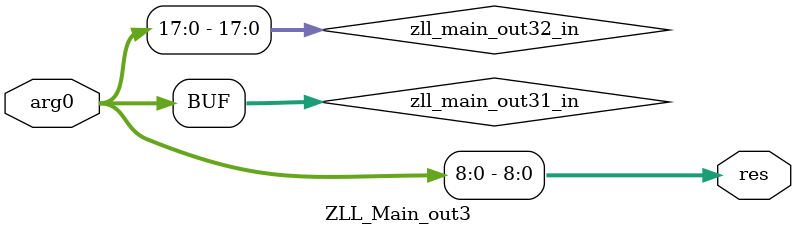
<source format=sv>
module top_level (input logic [0:0] clk,
  input logic [0:0] rst,
  input logic [0:0] __in0,
  input logic [7:0] __in1,
  output logic [0:0] __out0,
  output logic [7:0] __out1);
  logic [46:0] zll_pure_dispatch5_in;
  logic [8:0] main_refold1_in;
  logic [35:0] main_conn1_in;
  logic [26:0] main_conn1_out;
  logic [26:0] zll_main_thrice2_in;
  logic [26:0] zll_main_thrice2_out;
  logic [26:0] zll_main_out3_in;
  logic [8:0] zll_main_out3_out;
  logic [46:0] zll_pure_dispatch4_in;
  logic [44:0] zll_pure_dispatch_in;
  logic [44:0] zll_main_refold_in;
  logic [35:0] main_conn1_inR1;
  logic [26:0] main_conn1_outR1;
  logic [26:0] zll_main_thrice2_inR1;
  logic [26:0] zll_main_thrice2_outR1;
  logic [35:0] main_refold_in;
  logic [46:0] main_refold_out;
  logic [46:0] zll_pure_dispatch1_in;
  logic [17:0] zll_pure_dispatch3_in;
  logic [17:0] zll_main_refold1_in;
  logic [35:0] main_conn1_inR2;
  logic [26:0] main_conn1_outR2;
  logic [26:0] zll_main_thrice2_inR2;
  logic [26:0] zll_main_thrice2_outR2;
  logic [35:0] main_refold_inR1;
  logic [46:0] main_refold_outR1;
  logic [0:0] __continue;
  logic [37:0] __resumption_tag;
  logic [37:0] __resumption_tag_next;
  assign zll_pure_dispatch5_in = {{__in0, __in1}, __resumption_tag};
  assign main_refold1_in = zll_pure_dispatch5_in[46:38];
  assign main_conn1_in = {27'h0, main_refold1_in[8:0]};
  Main_conn1  inst (main_conn1_in[35:9], main_conn1_in[8:0], main_conn1_out);
  assign zll_main_thrice2_in = main_conn1_out;
  ZLL_Main_thrice2  instR1 (zll_main_thrice2_in[26:0], zll_main_thrice2_out);
  assign zll_main_out3_in = zll_main_thrice2_out;
  ZLL_Main_out3  instR2 (zll_main_out3_in[26:0], zll_main_out3_out);
  assign zll_pure_dispatch4_in = {{__in0, __in1}, __resumption_tag};
  assign zll_pure_dispatch_in = {zll_pure_dispatch4_in[46:38], zll_pure_dispatch4_in[35:27], zll_pure_dispatch4_in[26:0]};
  assign zll_main_refold_in = {zll_pure_dispatch_in[35:27], zll_pure_dispatch_in[26:0], zll_pure_dispatch_in[44:36]};
  assign main_conn1_inR1 = {zll_main_refold_in[35:9], zll_main_refold_in[44:36]};
  Main_conn1  instR3 (main_conn1_inR1[35:9], main_conn1_inR1[8:0], main_conn1_outR1);
  assign zll_main_thrice2_inR1 = main_conn1_outR1;
  ZLL_Main_thrice2  instR4 (zll_main_thrice2_inR1[26:0], zll_main_thrice2_outR1);
  assign main_refold_in = {zll_main_thrice2_outR1, zll_main_refold_in[8:0]};
  Main_refold  instR5 (main_refold_in[35:9], main_refold_in[8:0], main_refold_out);
  assign zll_pure_dispatch1_in = {{__in0, __in1}, __resumption_tag};
  assign zll_pure_dispatch3_in = {zll_pure_dispatch1_in[46:38], zll_pure_dispatch1_in[8:0]};
  assign zll_main_refold1_in = {zll_pure_dispatch3_in[8:0], zll_pure_dispatch3_in[17:9]};
  assign main_conn1_inR2 = {27'h0, zll_main_refold1_in[17:9]};
  Main_conn1  instR6 (main_conn1_inR2[35:9], main_conn1_inR2[8:0], main_conn1_outR2);
  assign zll_main_thrice2_inR2 = main_conn1_outR2;
  ZLL_Main_thrice2  instR7 (zll_main_thrice2_inR2[26:0], zll_main_thrice2_outR2);
  assign main_refold_inR1 = {zll_main_thrice2_outR2, zll_main_refold1_in[8:0]};
  Main_refold  instR8 (main_refold_inR1[35:9], main_refold_inR1[8:0], main_refold_outR1);
  assign {__continue, __out0, __out1, __resumption_tag_next} = (zll_pure_dispatch1_in[37:36] == 2'h1) ? main_refold_outR1 : ((zll_pure_dispatch4_in[37:36] == 2'h2) ? main_refold_out : {zll_main_out3_out, 29'h8000000, main_refold1_in[8:0]});
  initial __resumption_tag <= {6'h26{1'h0}};
  always @ (posedge clk or posedge rst) begin
    if (rst == 1'h1) begin
      __resumption_tag <= {6'h26{1'h0}};
    end else begin
      __resumption_tag <= __resumption_tag_next;
    end
  end
endmodule

module Main_conn1 (input logic [26:0] arg0,
  input logic [8:0] arg1,
  output logic [26:0] res);
  logic [71:0] zll_main_conn15_in;
  logic [71:0] zll_main_conn11_in;
  logic [71:0] zll_main_conn12_in;
  logic [35:0] zll_main_conn8_in;
  logic [35:0] zll_main_conn9_in;
  logic [25:0] zll_main_conn5_in;
  logic [16:0] zll_main_conn2_in;
  logic [35:0] zll_main_conn17_in;
  logic [25:0] zll_main_conn4_in;
  logic [16:0] zll_main_conn10_in;
  logic [35:0] zll_main_conn13_in;
  logic [33:0] zll_main_conn7_in;
  logic [33:0] zll_main_conn1_in;
  logic [24:0] zll_main_conn14_in;
  logic [35:0] zll_main_conn16_in;
  logic [8:0] zll_main_conn6_in;
  assign zll_main_conn15_in = {arg1, arg0, arg0, arg1};
  assign zll_main_conn11_in = {zll_main_conn15_in[71:63], zll_main_conn15_in[62:36], zll_main_conn15_in[62:36], zll_main_conn15_in[71:63]};
  assign zll_main_conn12_in = {zll_main_conn11_in[71:63], zll_main_conn11_in[62:36], zll_main_conn11_in[62:36], zll_main_conn11_in[71:63]};
  assign zll_main_conn8_in = {zll_main_conn12_in[62:36], zll_main_conn12_in[71:63]};
  assign zll_main_conn9_in = zll_main_conn8_in[35:0];
  assign zll_main_conn5_in = {zll_main_conn9_in[25:18], zll_main_conn9_in[17:9], zll_main_conn9_in[8:0]};
  assign zll_main_conn2_in = {zll_main_conn5_in[25:18], zll_main_conn5_in[8:0]};
  assign zll_main_conn17_in = zll_main_conn12_in[35:0];
  assign zll_main_conn4_in = {zll_main_conn17_in[34:27], zll_main_conn17_in[17:9], zll_main_conn17_in[8:0]};
  assign zll_main_conn10_in = {zll_main_conn4_in[25:18], zll_main_conn4_in[8:0]};
  assign zll_main_conn13_in = zll_main_conn11_in[35:0];
  assign zll_main_conn7_in = {zll_main_conn13_in[34:27], zll_main_conn13_in[25:18], zll_main_conn13_in[17:9], zll_main_conn13_in[8:0]};
  assign zll_main_conn1_in = {zll_main_conn7_in[25:18], zll_main_conn7_in[33:26], zll_main_conn7_in[17:9], zll_main_conn7_in[8:0]};
  assign zll_main_conn14_in = {zll_main_conn1_in[33:26], zll_main_conn1_in[25:18], zll_main_conn1_in[8:0]};
  assign zll_main_conn16_in = zll_main_conn15_in[35:0];
  assign zll_main_conn6_in = zll_main_conn16_in[8:0];
  assign res = ((zll_main_conn16_in[35] == 1'h0) && (zll_main_conn16_in[26] == 1'h0)) ? {zll_main_conn6_in[8:0], 18'h0} : (((zll_main_conn13_in[35] == 1'h1) && (zll_main_conn13_in[26] == 1'h1)) ? {zll_main_conn14_in[8:0], 1'h1, zll_main_conn14_in[16:9], 1'h1, zll_main_conn14_in[24:17]} : (((zll_main_conn17_in[35] == 1'h1) && (zll_main_conn17_in[26] == 1'h0)) ? {zll_main_conn10_in[8:0], 1'h1, zll_main_conn10_in[16:9], 9'h0} : {zll_main_conn2_in[8:0], 10'h1, zll_main_conn2_in[16:9]}));
endmodule

module ZLL_Main_thrice2 (input logic [26:0] arg0,
  output logic [26:0] res);
  logic [26:0] zll_main_thrice_in;
  logic [8:0] main_io_one_in;
  logic [17:0] zll_main_io_one1_in;
  logic [8:0] zll_main_io_one2_in;
  logic [8:0] zll_main_io_one_in;
  logic [7:0] zll_main_one_in;
  logic [15:0] binop_in;
  logic [8:0] lit_in;
  logic [8:0] main_io_two_in;
  logic [17:0] zll_main_io_two1_in;
  logic [8:0] zll_main_io_two_in;
  logic [8:0] zll_main_io_two3_in;
  logic [7:0] zll_main_two_in;
  logic [15:0] binop_inR1;
  logic [8:0] lit_inR1;
  logic [8:0] main_io_three_in;
  logic [17:0] zll_main_io_three1_in;
  logic [8:0] zll_main_io_three_in;
  logic [8:0] zll_main_io_three3_in;
  logic [7:0] zll_main_three1_in;
  logic [15:0] binop_inR2;
  logic [8:0] lit_inR2;
  assign zll_main_thrice_in = arg0;
  assign main_io_one_in = zll_main_thrice_in[26:18];
  assign zll_main_io_one1_in = {main_io_one_in[8:0], main_io_one_in[8:0]};
  assign zll_main_io_one2_in = zll_main_io_one1_in[17:9];
  assign zll_main_io_one_in = zll_main_io_one2_in[8:0];
  assign zll_main_one_in = zll_main_io_one_in[7:0];
  assign binop_in = {zll_main_one_in[7:0], 8'h1};
  assign lit_in = zll_main_io_one1_in[8:0];
  assign main_io_two_in = zll_main_thrice_in[17:9];
  assign zll_main_io_two1_in = {main_io_two_in[8:0], main_io_two_in[8:0]};
  assign zll_main_io_two_in = zll_main_io_two1_in[17:9];
  assign zll_main_io_two3_in = zll_main_io_two_in[8:0];
  assign zll_main_two_in = zll_main_io_two3_in[7:0];
  assign binop_inR1 = {zll_main_two_in[7:0], 8'h2};
  assign lit_inR1 = zll_main_io_two1_in[8:0];
  assign main_io_three_in = zll_main_thrice_in[8:0];
  assign zll_main_io_three1_in = {main_io_three_in[8:0], main_io_three_in[8:0]};
  assign zll_main_io_three_in = zll_main_io_three1_in[17:9];
  assign zll_main_io_three3_in = zll_main_io_three_in[8:0];
  assign zll_main_three1_in = zll_main_io_three3_in[7:0];
  assign binop_inR2 = {zll_main_three1_in[7:0], 8'h3};
  assign lit_inR2 = zll_main_io_three1_in[8:0];
  assign res = {(lit_in[8] == 1'h0) ? 9'h0 : {1'h1, binop_in[15:8] + binop_in[7:0]}, (lit_inR1[8] == 1'h0) ? 9'h0 : {1'h1, binop_inR1[15:8] + binop_inR1[7:0]}, (lit_inR2[8] == 1'h0) ? 9'h0 : {1'h1, binop_inR2[15:8] + binop_inR2[7:0]}};
endmodule

module Main_refold (input logic [26:0] arg0,
  input logic [8:0] arg1,
  output logic [46:0] res);
  logic [35:0] main_conn1_in;
  logic [26:0] main_conn1_out;
  logic [26:0] zll_main_thrice2_in;
  logic [26:0] zll_main_thrice2_out;
  logic [26:0] zll_main_out3_in;
  logic [8:0] zll_main_out3_out;
  assign main_conn1_in = {arg0, arg1};
  Main_conn1  inst (main_conn1_in[35:9], main_conn1_in[8:0], main_conn1_out);
  assign zll_main_thrice2_in = main_conn1_out;
  ZLL_Main_thrice2  instR1 (zll_main_thrice2_in[26:0], zll_main_thrice2_out);
  assign zll_main_out3_in = zll_main_thrice2_out;
  ZLL_Main_out3  instR2 (zll_main_out3_in[26:0], zll_main_out3_out);
  assign res = {zll_main_out3_out, 2'h2, arg1, arg0};
endmodule

module ZLL_Main_out3 (input logic [26:0] arg0,
  output logic [8:0] res);
  logic [26:0] zll_main_out31_in;
  logic [17:0] zll_main_out32_in;
  assign zll_main_out31_in = arg0;
  assign zll_main_out32_in = {zll_main_out31_in[17:9], zll_main_out31_in[8:0]};
  assign res = zll_main_out32_in[8:0];
endmodule
</source>
